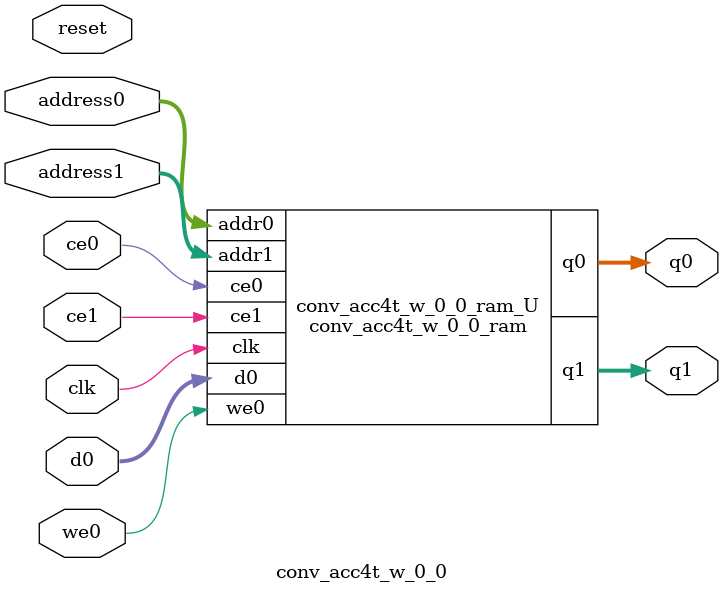
<source format=v>
`timescale 1 ns / 1 ps
module conv_acc4t_w_0_0_ram (addr0, ce0, d0, we0, q0, addr1, ce1, q1,  clk);

parameter DWIDTH = 32;
parameter AWIDTH = 4;
parameter MEM_SIZE = 9;

input[AWIDTH-1:0] addr0;
input ce0;
input[DWIDTH-1:0] d0;
input we0;
output reg[DWIDTH-1:0] q0;
input[AWIDTH-1:0] addr1;
input ce1;
output reg[DWIDTH-1:0] q1;
input clk;

reg [DWIDTH-1:0] ram[0:MEM_SIZE-1];




always @(posedge clk)  
begin 
    if (ce0) begin
        if (we0) 
            ram[addr0] <= d0; 
        q0 <= ram[addr0];
    end
end


always @(posedge clk)  
begin 
    if (ce1) begin
        q1 <= ram[addr1];
    end
end


endmodule

`timescale 1 ns / 1 ps
module conv_acc4t_w_0_0(
    reset,
    clk,
    address0,
    ce0,
    we0,
    d0,
    q0,
    address1,
    ce1,
    q1);

parameter DataWidth = 32'd32;
parameter AddressRange = 32'd9;
parameter AddressWidth = 32'd4;
input reset;
input clk;
input[AddressWidth - 1:0] address0;
input ce0;
input we0;
input[DataWidth - 1:0] d0;
output[DataWidth - 1:0] q0;
input[AddressWidth - 1:0] address1;
input ce1;
output[DataWidth - 1:0] q1;



conv_acc4t_w_0_0_ram conv_acc4t_w_0_0_ram_U(
    .clk( clk ),
    .addr0( address0 ),
    .ce0( ce0 ),
    .we0( we0 ),
    .d0( d0 ),
    .q0( q0 ),
    .addr1( address1 ),
    .ce1( ce1 ),
    .q1( q1 ));

endmodule


</source>
